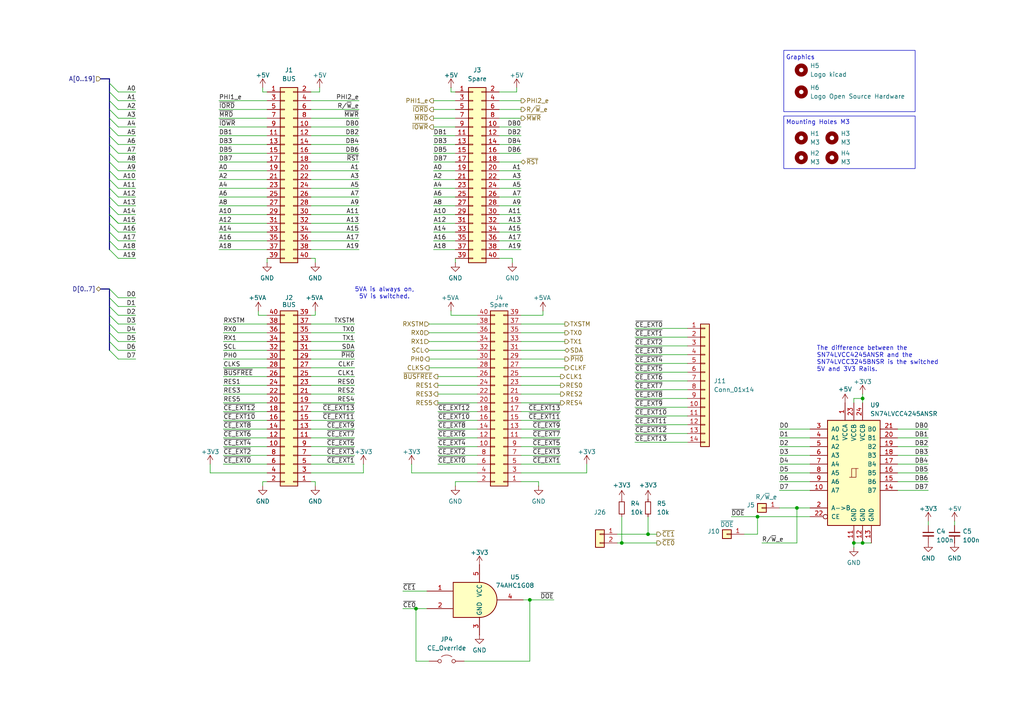
<source format=kicad_sch>
(kicad_sch (version 20231120) (generator "eeschema") (generator_version "8.0")
  (paper "A4")
  (title_block (title "Unicomp v3 - Bus") (date "2024-10-05") (rev "v1.1") (company "100% Offner") (comment 1 "v1.0: Initial"))
  (lib_symbols
    (symbol "+5V_1" (power) (pin_names (offset 0))
      (property "Value" "+5V_1" (at 0 3.556 0))
      (symbol "+5V_1_1_1"
        (pin power_in line (at 0 0 90) (length 0) hide (name "+5V") (number "1"))
      )
    )
    (symbol "74xGxx:74AHC1G08"
      (property "Reference" "U" (at -2.54 3.81 0))
      (property "Value" "74AHC1G08" (at 0 -3.81 0))
      (symbol "74AHC1G08_1_1"
        (pin input line (at -15.24 2.54 0) (length 7.62) (name "~") (number "1"))
        (pin input line (at -15.24 -2.54 0) (length 7.62) (name "~") (number "2"))
        (pin power_in line (at 0 -10.16 90) (length 5.08) (name "GND") (number "3"))
        (pin output line (at 12.7 0 180) (length 7.62) (name "~") (number "4"))
        (pin power_in line (at 0 10.16 270) (length 5.08) (name "VCC") (number "5"))
      )
    )
    (symbol "Connector_Generic:Conn_01x01" (pin_names (offset 1.016) hide)
      (property "Reference" "J" (at 0 2.54 0))
      (property "Value" "Conn_01x01" (at 0 -2.54 0))
      (symbol "Conn_01x01_1_1"
        (pin passive line (at -5.08 0 0) (length 3.81) (name "Pin_1") (number "1"))
      )
    )
    (symbol "Connector_Generic:Conn_01x02" (pin_names (offset 1.016) hide)
      (property "Reference" "J" (at 0 2.54 0))
      (property "Value" "Conn_01x02" (at 0 -5.08 0))
      (symbol "Conn_01x02_1_1"
        (pin passive line (at -5.08 0 0) (length 3.81) (name "Pin_1") (number "1"))
        (pin passive line (at -5.08 -2.54 0) (length 3.81) (name "Pin_2") (number "2"))
      )
    )
    (symbol "Connector_Generic:Conn_01x14" (pin_names (offset 1.016) hide)
      (property "Reference" "J" (at 0 17.78 0))
      (property "Value" "Conn_01x14" (at 0 -20.32 0))
      (symbol "Conn_01x14_1_1"
        (pin passive line (at -5.08 15.24 0) (length 3.81) (name "Pin_1") (number "1"))
        (pin passive line (at -5.08 -7.62 0) (length 3.81) (name "Pin_10") (number "10"))
        (pin passive line (at -5.08 -10.16 0) (length 3.81) (name "Pin_11") (number "11"))
        (pin passive line (at -5.08 -12.7 0) (length 3.81) (name "Pin_12") (number "12"))
        (pin passive line (at -5.08 -15.24 0) (length 3.81) (name "Pin_13") (number "13"))
        (pin passive line (at -5.08 -17.78 0) (length 3.81) (name "Pin_14") (number "14"))
        (pin passive line (at -5.08 12.7 0) (length 3.81) (name "Pin_2") (number "2"))
        (pin passive line (at -5.08 10.16 0) (length 3.81) (name "Pin_3") (number "3"))
        (pin passive line (at -5.08 7.62 0) (length 3.81) (name "Pin_4") (number "4"))
        (pin passive line (at -5.08 5.08 0) (length 3.81) (name "Pin_5") (number "5"))
        (pin passive line (at -5.08 2.54 0) (length 3.81) (name "Pin_6") (number "6"))
        (pin passive line (at -5.08 0 0) (length 3.81) (name "Pin_7") (number "7"))
        (pin passive line (at -5.08 -2.54 0) (length 3.81) (name "Pin_8") (number "8"))
        (pin passive line (at -5.08 -5.08 0) (length 3.81) (name "Pin_9") (number "9"))
      )
    )
    (symbol "Connector_Generic:Conn_02x20_Odd_Even" (pin_names (offset 1.016) hide)
      (property "Reference" "J" (at 1.27 25.4 0))
      (property "Value" "Conn_02x20_Odd_Even" (at 1.27 -27.94 0))
      (symbol "Conn_02x20_Odd_Even_1_1"
        (pin passive line (at -5.08 22.86 0) (length 3.81) (name "Pin_1") (number "1"))
        (pin passive line (at 7.62 12.7 180) (length 3.81) (name "Pin_10") (number "10"))
        (pin passive line (at -5.08 10.16 0) (length 3.81) (name "Pin_11") (number "11"))
        (pin passive line (at 7.62 10.16 180) (length 3.81) (name "Pin_12") (number "12"))
        (pin passive line (at -5.08 7.62 0) (length 3.81) (name "Pin_13") (number "13"))
        (pin passive line (at 7.62 7.62 180) (length 3.81) (name "Pin_14") (number "14"))
        (pin passive line (at -5.08 5.08 0) (length 3.81) (name "Pin_15") (number "15"))
        (pin passive line (at 7.62 5.08 180) (length 3.81) (name "Pin_16") (number "16"))
        (pin passive line (at -5.08 2.54 0) (length 3.81) (name "Pin_17") (number "17"))
        (pin passive line (at 7.62 2.54 180) (length 3.81) (name "Pin_18") (number "18"))
        (pin passive line (at -5.08 0 0) (length 3.81) (name "Pin_19") (number "19"))
        (pin passive line (at 7.62 22.86 180) (length 3.81) (name "Pin_2") (number "2"))
        (pin passive line (at 7.62 0 180) (length 3.81) (name "Pin_20") (number "20"))
        (pin passive line (at -5.08 -2.54 0) (length 3.81) (name "Pin_21") (number "21"))
        (pin passive line (at 7.62 -2.54 180) (length 3.81) (name "Pin_22") (number "22"))
        (pin passive line (at -5.08 -5.08 0) (length 3.81) (name "Pin_23") (number "23"))
        (pin passive line (at 7.62 -5.08 180) (length 3.81) (name "Pin_24") (number "24"))
        (pin passive line (at -5.08 -7.62 0) (length 3.81) (name "Pin_25") (number "25"))
        (pin passive line (at 7.62 -7.62 180) (length 3.81) (name "Pin_26") (number "26"))
        (pin passive line (at -5.08 -10.16 0) (length 3.81) (name "Pin_27") (number "27"))
        (pin passive line (at 7.62 -10.16 180) (length 3.81) (name "Pin_28") (number "28"))
        (pin passive line (at -5.08 -12.7 0) (length 3.81) (name "Pin_29") (number "29"))
        (pin passive line (at -5.08 20.32 0) (length 3.81) (name "Pin_3") (number "3"))
        (pin passive line (at 7.62 -12.7 180) (length 3.81) (name "Pin_30") (number "30"))
        (pin passive line (at -5.08 -15.24 0) (length 3.81) (name "Pin_31") (number "31"))
        (pin passive line (at 7.62 -15.24 180) (length 3.81) (name "Pin_32") (number "32"))
        (pin passive line (at -5.08 -17.78 0) (length 3.81) (name "Pin_33") (number "33"))
        (pin passive line (at 7.62 -17.78 180) (length 3.81) (name "Pin_34") (number "34"))
        (pin passive line (at -5.08 -20.32 0) (length 3.81) (name "Pin_35") (number "35"))
        (pin passive line (at 7.62 -20.32 180) (length 3.81) (name "Pin_36") (number "36"))
        (pin passive line (at -5.08 -22.86 0) (length 3.81) (name "Pin_37") (number "37"))
        (pin passive line (at 7.62 -22.86 180) (length 3.81) (name "Pin_38") (number "38"))
        (pin passive line (at -5.08 -25.4 0) (length 3.81) (name "Pin_39") (number "39"))
        (pin passive line (at 7.62 20.32 180) (length 3.81) (name "Pin_4") (number "4"))
        (pin passive line (at 7.62 -25.4 180) (length 3.81) (name "Pin_40") (number "40"))
        (pin passive line (at -5.08 17.78 0) (length 3.81) (name "Pin_5") (number "5"))
        (pin passive line (at 7.62 17.78 180) (length 3.81) (name "Pin_6") (number "6"))
        (pin passive line (at -5.08 15.24 0) (length 3.81) (name "Pin_7") (number "7"))
        (pin passive line (at 7.62 15.24 180) (length 3.81) (name "Pin_8") (number "8"))
        (pin passive line (at -5.08 12.7 0) (length 3.81) (name "Pin_9") (number "9"))
      )
    )
    (symbol "Device:C_Small" (pin_numbers hide) (pin_names (offset 0.254) hide)
      (property "Reference" "C" (at 0.254 1.778 0))
      (property "Value" "C_Small" (at 0.254 -2.032 0))
      (symbol "C_Small_1_1"
        (pin passive line (at 0 2.54 270) (length 2.032) (name "~") (number "1"))
        (pin passive line (at 0 -2.54 90) (length 2.032) (name "~") (number "2"))
      )
    )
    (symbol "Device:R_Small" (pin_numbers hide) (pin_names (offset 0.254) hide)
      (property "Reference" "R" (at 0.762 0.508 0))
      (property "Value" "R_Small" (at 0.762 -1.016 0))
      (symbol "R_Small_1_1"
        (pin passive line (at 0 2.54 270) (length 0.762) (name "~") (number "1"))
        (pin passive line (at 0 -2.54 90) (length 0.762) (name "~") (number "2"))
      )
    )
    (symbol "Jumper:Jumper_2_Open" (pin_numbers hide) (pin_names (offset 0) hide) (exclude_from_sim yes)
      (property "Reference" "JP" (at 0 2.794 0))
      (property "Value" "Jumper_2_Open" (at 0 -2.286 0))
      (symbol "Jumper_2_Open_1_1"
        (pin passive line (at -5.08 0 0) (length 2.54) (name "A") (number "1"))
        (pin passive line (at 5.08 0 180) (length 2.54) (name "B") (number "2"))
      )
    )
    (symbol "Mechanical:MountingHole" (pin_names (offset 1.016)) (exclude_from_sim yes) (in_bom no)
      (property "Reference" "H" (at 0 5.08 0))
      (property "Value" "MountingHole" (at 0 3.175 0))
    )
    (symbol "my_ics_new:74LVC4245" (pin_names (offset 1.016))
      (property "Reference" "U" (at -7.62 19.05 0))
      (property "Value" "74LVC4245" (at -10.16 16.51 0))
      (symbol "74LVC4245_1_0"
        (pin power_in line (at -2.54 20.32 270) (length 5.08) (name "VCCA") (number "1"))
        (pin tri_state line (at -12.7 -5.08 0) (length 5.08) (name "A7") (number "10"))
        (pin power_in line (at 0 -20.32 90) (length 5.08) (name "GND") (number "11"))
        (pin power_in line (at 2.54 -20.32 90) (length 5.08) (name "GND") (number "12"))
        (pin power_in line (at 5.08 -20.32 90) (length 5.08) (name "GND") (number "13"))
        (pin tri_state line (at 12.7 -5.08 180) (length 5.08) (name "B7") (number "14"))
        (pin tri_state line (at 12.7 -2.54 180) (length 5.08) (name "B6") (number "15"))
        (pin tri_state line (at 12.7 0 180) (length 5.08) (name "B5") (number "16"))
        (pin tri_state line (at 12.7 2.54 180) (length 5.08) (name "B4") (number "17"))
        (pin tri_state line (at 12.7 5.08 180) (length 5.08) (name "B3") (number "18"))
        (pin tri_state line (at 12.7 7.62 180) (length 5.08) (name "B2") (number "19"))
        (pin input line (at -12.7 -10.16 0) (length 5.08) (name "A->B") (number "2"))
        (pin tri_state line (at 12.7 10.16 180) (length 5.08) (name "B1") (number "20"))
        (pin tri_state line (at 12.7 12.7 180) (length 5.08) (name "B0") (number "21"))
        (pin input inverted (at -12.7 -12.7 0) (length 5.08) (name "CE") (number "22"))
        (pin power_in line (at 0 20.32 270) (length 5.08) (name "VCCB") (number "23"))
        (pin power_in line (at 2.54 20.32 270) (length 5.08) (name "VCCB") (number "24"))
        (pin tri_state line (at -12.7 12.7 0) (length 5.08) (name "A0") (number "3"))
        (pin tri_state line (at -12.7 10.16 0) (length 5.08) (name "A1") (number "4"))
        (pin tri_state line (at -12.7 7.62 0) (length 5.08) (name "A2") (number "5"))
        (pin tri_state line (at -12.7 5.08 0) (length 5.08) (name "A3") (number "6"))
        (pin tri_state line (at -12.7 2.54 0) (length 5.08) (name "A4") (number "7"))
        (pin tri_state line (at -12.7 0 0) (length 5.08) (name "A5") (number "8"))
        (pin tri_state line (at -12.7 -2.54 0) (length 5.08) (name "A6") (number "9"))
      )
    )
    (symbol "power:+3V3" (power) (pin_numbers hide) (pin_names (offset 0) hide)
      (property "Value" "+3V3" (at 0 3.556 0))
      (symbol "+3V3_1_1"
        (pin power_in line (at 0 0 90) (length 0) (name "~") (number "1"))
      )
    )
    (symbol "power:+5V" (power) (pin_numbers hide) (pin_names (offset 0) hide)
      (property "Value" "+5V" (at 0 3.556 0))
      (symbol "+5V_1_1"
        (pin power_in line (at 0 0 90) (length 0) (name "~") (number "1"))
      )
    )
    (symbol "power:+5VA" (power) (pin_numbers hide) (pin_names (offset 0) hide)
      (property "Value" "+5VA" (at 0 3.556 0))
      (symbol "+5VA_1_1"
        (pin power_in line (at 0 0 90) (length 0) (name "~") (number "1"))
      )
    )
    (symbol "power:GND" (power) (pin_numbers hide) (pin_names (offset 0) hide)
      (property "Value" "GND" (at 0 -3.81 0))
      (symbol "GND_1_1"
        (pin power_in line (at 0 0 270) (length 0) (name "~") (number "1"))
      )
    )
  )
  (junction (at 231.14 147.32))
  (junction (at 120.65 176.53))
  (junction (at 187.96 154.94))
  (junction (at 250.19 115.57))
  (junction (at 180.34 157.48))
  (junction (at 219.71 149.86))
  (junction (at 247.65 157.48))
  (junction (at 153.67 173.99))
  (junction (at 250.19 157.48))
  (bus_entry (at 31.75 57.15) (size 2.54 2.54))
  (bus_entry (at 31.75 49.53) (size 2.54 2.54))
  (bus_entry (at 31.75 34.29) (size 2.54 2.54))
  (bus_entry (at 31.75 62.23) (size 2.54 2.54))
  (bus_entry (at 31.75 72.39) (size 2.54 2.54))
  (bus_entry (at 31.75 91.44) (size 2.54 2.54))
  (bus_entry (at 31.75 83.82) (size 2.54 2.54))
  (bus_entry (at 31.75 99.06) (size 2.54 2.54))
  (bus_entry (at 31.75 36.83) (size 2.54 2.54))
  (bus_entry (at 31.75 24.13) (size 2.54 2.54))
  (bus_entry (at 31.75 67.31) (size 2.54 2.54))
  (bus_entry (at 31.75 54.61) (size 2.54 2.54))
  (bus_entry (at 31.75 44.45) (size 2.54 2.54))
  (bus_entry (at 31.75 86.36) (size 2.54 2.54))
  (bus_entry (at 31.75 41.91) (size 2.54 2.54))
  (bus_entry (at 31.75 46.99) (size 2.54 2.54))
  (bus_entry (at 31.75 39.37) (size 2.54 2.54))
  (bus_entry (at 31.75 31.75) (size 2.54 2.54))
  (bus_entry (at 31.75 29.21) (size 2.54 2.54))
  (bus_entry (at 31.75 96.52) (size 2.54 2.54))
  (bus_entry (at 31.75 26.67) (size 2.54 2.54))
  (bus_entry (at 31.75 88.9) (size 2.54 2.54))
  (bus_entry (at 31.75 52.07) (size 2.54 2.54))
  (bus_entry (at 31.75 62.23) (size 2.54 2.54))
  (bus_entry (at 31.75 69.85) (size 2.54 2.54))
  (bus_entry (at 31.75 59.69) (size 2.54 2.54))
  (bus_entry (at 31.75 93.98) (size 2.54 2.54))
  (bus_entry (at 31.75 64.77) (size 2.54 2.54))
  (bus_entry (at 31.75 101.6) (size 2.54 2.54))
  (wire (pts (xy 39.37 91.44) (xy 34.29 91.44)))
  (wire (pts (xy 125.73 41.91) (xy 132.08 41.91)))
  (bus (pts (xy 31.75 91.44) (xy 31.75 88.9)))
  (wire (pts (xy 260.35 127) (xy 269.24 127)))
  (bus (pts (xy 31.75 31.75) (xy 31.75 29.21)))
  (wire (pts (xy 91.44 74.93) (xy 90.17 74.93)))
  (wire (pts (xy 184.15 105.41) (xy 199.39 105.41)))
  (wire (pts (xy 151.13 116.84) (xy 162.56 116.84)))
  (wire (pts (xy 125.73 44.45) (xy 132.08 44.45)))
  (wire (pts (xy 63.5 29.21) (xy 77.47 29.21)))
  (wire (pts (xy 144.78 57.15) (xy 151.13 57.15)))
  (wire (pts (xy 91.44 90.17) (xy 91.44 91.44)))
  (wire (pts (xy 156.21 139.7) (xy 151.13 139.7)))
  (wire (pts (xy 39.37 104.14) (xy 34.29 104.14)))
  (wire (pts (xy 90.17 99.06) (xy 102.87 99.06)))
  (wire (pts (xy 170.18 134.62) (xy 170.18 137.16)))
  (wire (pts (xy 125.73 39.37) (xy 132.08 39.37)))
  (wire (pts (xy 63.5 64.77) (xy 77.47 64.77)))
  (wire (pts (xy 130.81 90.17) (xy 130.81 91.44)))
  (wire (pts (xy 64.77 134.62) (xy 77.47 134.62)))
  (wire (pts (xy 144.78 64.77) (xy 151.13 64.77)))
  (wire (pts (xy 260.35 142.24) (xy 269.24 142.24)))
  (wire (pts (xy 144.78 69.85) (xy 151.13 69.85)))
  (wire (pts (xy 190.5 157.48) (xy 180.34 157.48)))
  (wire (pts (xy 64.77 121.92) (xy 77.47 121.92)))
  (wire (pts (xy 151.13 129.54) (xy 162.56 129.54)))
  (wire (pts (xy 260.35 137.16) (xy 269.24 137.16)))
  (wire (pts (xy 127 111.76) (xy 138.43 111.76)))
  (wire (pts (xy 90.17 64.77) (xy 104.14 64.77)))
  (wire (pts (xy 180.34 149.86) (xy 180.34 157.48)))
  (wire (pts (xy 149.86 26.67) (xy 144.78 26.67)))
  (wire (pts (xy 39.37 69.85) (xy 34.29 69.85)))
  (wire (pts (xy 91.44 76.2) (xy 91.44 74.93)))
  (wire (pts (xy 151.13 99.06) (xy 163.83 99.06)))
  (wire (pts (xy 90.17 59.69) (xy 104.14 59.69)))
  (wire (pts (xy 127 127) (xy 138.43 127)))
  (wire (pts (xy 184.15 97.79) (xy 199.39 97.79)))
  (wire (pts (xy 130.81 91.44) (xy 138.43 91.44)))
  (wire (pts (xy 63.5 36.83) (xy 77.47 36.83)))
  (wire (pts (xy 63.5 39.37) (xy 77.47 39.37)))
  (wire (pts (xy 184.15 102.87) (xy 199.39 102.87)))
  (wire (pts (xy 90.17 116.84) (xy 102.87 116.84)))
  (wire (pts (xy 157.48 90.17) (xy 157.48 91.44)))
  (wire (pts (xy 125.73 69.85) (xy 132.08 69.85)))
  (wire (pts (xy 60.96 137.16) (xy 77.47 137.16)))
  (wire (pts (xy 231.14 147.32) (xy 234.95 147.32)))
  (wire (pts (xy 148.59 76.2) (xy 148.59 74.93)))
  (wire (pts (xy 260.35 129.54) (xy 269.24 129.54)))
  (wire (pts (xy 151.13 127) (xy 162.56 127)))
  (bus (pts (xy 31.75 99.06) (xy 31.75 96.52)))
  (wire (pts (xy 247.65 115.57) (xy 250.19 115.57)))
  (bus (pts (xy 31.75 88.9) (xy 31.75 86.36)))
  (wire (pts (xy 125.73 46.99) (xy 132.08 46.99)))
  (wire (pts (xy 76.2 25.4) (xy 76.2 26.67)))
  (wire (pts (xy 125.73 31.75) (xy 132.08 31.75)))
  (wire (pts (xy 134.62 191.77) (xy 153.67 191.77)))
  (wire (pts (xy 39.37 36.83) (xy 34.29 36.83)))
  (wire (pts (xy 39.37 57.15) (xy 34.29 57.15)))
  (wire (pts (xy 74.93 91.44) (xy 77.47 91.44)))
  (wire (pts (xy 226.06 137.16) (xy 234.95 137.16)))
  (bus (pts (xy 31.75 64.77) (xy 31.75 62.23)))
  (wire (pts (xy 39.37 62.23) (xy 34.29 62.23)))
  (wire (pts (xy 64.77 99.06) (xy 77.47 99.06)))
  (wire (pts (xy 149.86 25.4) (xy 149.86 26.67)))
  (wire (pts (xy 125.73 57.15) (xy 132.08 57.15)))
  (wire (pts (xy 39.37 52.07) (xy 34.29 52.07)))
  (wire (pts (xy 226.06 142.24) (xy 234.95 142.24)))
  (wire (pts (xy 90.17 36.83) (xy 104.14 36.83)))
  (wire (pts (xy 120.65 176.53) (xy 116.84 176.53)))
  (wire (pts (xy 219.71 154.94) (xy 219.71 149.86)))
  (wire (pts (xy 39.37 49.53) (xy 34.29 49.53)))
  (bus (pts (xy 31.75 44.45) (xy 31.75 41.91)))
  (wire (pts (xy 92.71 25.4) (xy 92.71 26.67)))
  (wire (pts (xy 90.17 31.75) (xy 104.14 31.75)))
  (wire (pts (xy 64.77 124.46) (xy 77.47 124.46)))
  (wire (pts (xy 276.86 151.13) (xy 276.86 152.4)))
  (bus (pts (xy 31.75 86.36) (xy 31.75 83.82)))
  (wire (pts (xy 64.77 106.68) (xy 77.47 106.68)))
  (wire (pts (xy 39.37 88.9) (xy 34.29 88.9)))
  (wire (pts (xy 64.77 101.6) (xy 77.47 101.6)))
  (wire (pts (xy 64.77 114.3) (xy 77.47 114.3)))
  (wire (pts (xy 226.06 129.54) (xy 234.95 129.54)))
  (bus (pts (xy 31.75 69.85) (xy 31.75 67.31)))
  (wire (pts (xy 39.37 46.99) (xy 34.29 46.99)))
  (wire (pts (xy 226.06 134.62) (xy 234.95 134.62)))
  (wire (pts (xy 125.73 59.69) (xy 132.08 59.69)))
  (wire (pts (xy 39.37 96.52) (xy 34.29 96.52)))
  (wire (pts (xy 64.77 129.54) (xy 77.47 129.54)))
  (wire (pts (xy 39.37 39.37) (xy 34.29 39.37)))
  (wire (pts (xy 125.73 36.83) (xy 132.08 36.83)))
  (wire (pts (xy 125.73 52.07) (xy 132.08 52.07)))
  (wire (pts (xy 39.37 34.29) (xy 34.29 34.29)))
  (wire (pts (xy 63.5 31.75) (xy 77.47 31.75)))
  (wire (pts (xy 127 116.84) (xy 138.43 116.84)))
  (wire (pts (xy 151.13 124.46) (xy 162.56 124.46)))
  (wire (pts (xy 184.15 123.19) (xy 199.39 123.19)))
  (wire (pts (xy 269.24 151.13) (xy 269.24 152.4)))
  (wire (pts (xy 130.81 26.67) (xy 132.08 26.67)))
  (wire (pts (xy 231.14 157.48) (xy 231.14 147.32)))
  (wire (pts (xy 151.13 101.6) (xy 163.83 101.6)))
  (wire (pts (xy 184.15 107.95) (xy 199.39 107.95)))
  (bus (pts (xy 31.75 39.37) (xy 31.75 36.83)))
  (wire (pts (xy 63.5 52.07) (xy 77.47 52.07)))
  (wire (pts (xy 90.17 134.62) (xy 102.87 134.62)))
  (bus (pts (xy 31.75 93.98) (xy 31.75 91.44)))
  (wire (pts (xy 39.37 44.45) (xy 34.29 44.45)))
  (wire (pts (xy 157.48 91.44) (xy 151.13 91.44)))
  (wire (pts (xy 127 114.3) (xy 138.43 114.3)))
  (wire (pts (xy 124.46 106.68) (xy 138.43 106.68)))
  (wire (pts (xy 77.47 76.2) (xy 77.47 74.93)))
  (wire (pts (xy 63.5 72.39) (xy 77.47 72.39)))
  (wire (pts (xy 151.13 109.22) (xy 162.56 109.22)))
  (wire (pts (xy 90.17 69.85) (xy 104.14 69.85)))
  (wire (pts (xy 184.15 100.33) (xy 199.39 100.33)))
  (wire (pts (xy 63.5 62.23) (xy 77.47 62.23)))
  (wire (pts (xy 226.06 127) (xy 234.95 127)))
  (wire (pts (xy 127 119.38) (xy 138.43 119.38)))
  (wire (pts (xy 63.5 59.69) (xy 77.47 59.69)))
  (wire (pts (xy 179.07 154.94) (xy 187.96 154.94)))
  (wire (pts (xy 250.19 114.3) (xy 250.19 115.57)))
  (wire (pts (xy 90.17 57.15) (xy 104.14 57.15)))
  (wire (pts (xy 91.44 91.44) (xy 90.17 91.44)))
  (wire (pts (xy 215.9 154.94) (xy 219.71 154.94)))
  (wire (pts (xy 125.73 62.23) (xy 132.08 62.23)))
  (bus (pts (xy 31.75 52.07) (xy 31.75 49.53)))
  (bus (pts (xy 31.75 54.61) (xy 31.75 52.07)))
  (wire (pts (xy 39.37 64.77) (xy 34.29 64.77)))
  (wire (pts (xy 184.15 95.25) (xy 199.39 95.25)))
  (wire (pts (xy 144.78 62.23) (xy 151.13 62.23)))
  (wire (pts (xy 125.73 34.29) (xy 132.08 34.29)))
  (bus (pts (xy 31.75 72.39) (xy 31.75 69.85)))
  (wire (pts (xy 144.78 67.31) (xy 151.13 67.31)))
  (wire (pts (xy 151.765 173.99) (xy 153.67 173.99)))
  (wire (pts (xy 151.13 132.08) (xy 162.56 132.08)))
  (wire (pts (xy 119.38 137.16) (xy 138.43 137.16)))
  (wire (pts (xy 151.13 96.52) (xy 163.83 96.52)))
  (wire (pts (xy 63.5 54.61) (xy 77.47 54.61)))
  (bus (pts (xy 31.75 49.53) (xy 31.75 46.99)))
  (wire (pts (xy 76.2 140.97) (xy 76.2 139.7)))
  (wire (pts (xy 156.21 140.97) (xy 156.21 139.7)))
  (wire (pts (xy 39.37 99.06) (xy 34.29 99.06)))
  (wire (pts (xy 91.44 140.97) (xy 91.44 139.7)))
  (bus (pts (xy 31.75 29.21) (xy 31.75 26.67)))
  (wire (pts (xy 125.73 67.31) (xy 132.08 67.31)))
  (wire (pts (xy 144.78 49.53) (xy 151.13 49.53)))
  (wire (pts (xy 120.65 191.77) (xy 120.65 176.53)))
  (wire (pts (xy 39.37 86.36) (xy 34.29 86.36)))
  (bus (pts (xy 31.75 83.82) (xy 29.21 83.82)))
  (wire (pts (xy 127 121.92) (xy 138.43 121.92)))
  (wire (pts (xy 127 129.54) (xy 138.43 129.54)))
  (wire (pts (xy 63.5 34.29) (xy 77.47 34.29)))
  (wire (pts (xy 144.78 34.29) (xy 151.13 34.29)))
  (wire (pts (xy 184.15 118.11) (xy 199.39 118.11)))
  (wire (pts (xy 63.5 46.99) (xy 77.47 46.99)))
  (wire (pts (xy 90.17 106.68) (xy 102.87 106.68)))
  (wire (pts (xy 144.78 29.21) (xy 151.13 29.21)))
  (wire (pts (xy 76.2 26.67) (xy 77.47 26.67)))
  (wire (pts (xy 90.17 114.3) (xy 102.87 114.3)))
  (wire (pts (xy 184.15 125.73) (xy 199.39 125.73)))
  (wire (pts (xy 132.08 76.2) (xy 132.08 74.93)))
  (wire (pts (xy 153.67 191.77) (xy 153.67 173.99)))
  (wire (pts (xy 125.73 72.39) (xy 132.08 72.39)))
  (wire (pts (xy 74.93 90.17) (xy 74.93 91.44)))
  (wire (pts (xy 64.77 109.22) (xy 77.47 109.22)))
  (wire (pts (xy 39.37 74.93) (xy 34.29 74.93)))
  (wire (pts (xy 260.35 139.7) (xy 269.24 139.7)))
  (wire (pts (xy 90.17 104.14) (xy 102.87 104.14)))
  (wire (pts (xy 184.15 128.27) (xy 199.39 128.27)))
  (wire (pts (xy 180.34 157.48) (xy 179.07 157.48)))
  (wire (pts (xy 90.17 44.45) (xy 104.14 44.45)))
  (wire (pts (xy 64.77 111.76) (xy 77.47 111.76)))
  (wire (pts (xy 144.78 54.61) (xy 151.13 54.61)))
  (wire (pts (xy 247.65 157.48) (xy 250.19 157.48)))
  (wire (pts (xy 153.67 173.99) (xy 160.655 173.99)))
  (wire (pts (xy 220.98 157.48) (xy 231.14 157.48)))
  (wire (pts (xy 124.46 101.6) (xy 138.43 101.6)))
  (bus (pts (xy 31.75 57.15) (xy 31.75 54.61)))
  (wire (pts (xy 151.13 93.98) (xy 163.83 93.98)))
  (wire (pts (xy 63.5 69.85) (xy 77.47 69.85)))
  (wire (pts (xy 64.77 93.98) (xy 77.47 93.98)))
  (wire (pts (xy 250.19 115.57) (xy 250.19 116.84)))
  (wire (pts (xy 39.37 31.75) (xy 34.29 31.75)))
  (wire (pts (xy 90.17 62.23) (xy 104.14 62.23)))
  (wire (pts (xy 124.46 96.52) (xy 138.43 96.52)))
  (wire (pts (xy 127 124.46) (xy 138.43 124.46)))
  (wire (pts (xy 90.17 49.53) (xy 104.14 49.53)))
  (bus (pts (xy 31.75 46.99) (xy 31.75 44.45)))
  (wire (pts (xy 64.77 96.52) (xy 77.47 96.52)))
  (wire (pts (xy 124.46 104.14) (xy 138.43 104.14)))
  (wire (pts (xy 90.17 127) (xy 102.87 127)))
  (wire (pts (xy 92.71 26.67) (xy 90.17 26.67)))
  (wire (pts (xy 76.2 139.7) (xy 77.47 139.7)))
  (wire (pts (xy 124.46 99.06) (xy 138.43 99.06)))
  (wire (pts (xy 247.65 158.75) (xy 247.65 157.48)))
  (wire (pts (xy 144.78 44.45) (xy 151.13 44.45)))
  (wire (pts (xy 260.35 134.62) (xy 269.24 134.62)))
  (wire (pts (xy 144.78 59.69) (xy 151.13 59.69)))
  (wire (pts (xy 125.73 54.61) (xy 132.08 54.61)))
  (wire (pts (xy 260.35 124.46) (xy 269.24 124.46)))
  (wire (pts (xy 63.5 67.31) (xy 77.47 67.31)))
  (wire (pts (xy 184.15 113.03) (xy 199.39 113.03)))
  (wire (pts (xy 127 132.08) (xy 138.43 132.08)))
  (wire (pts (xy 90.17 119.38) (xy 102.87 119.38)))
  (wire (pts (xy 63.5 41.91) (xy 77.47 41.91)))
  (wire (pts (xy 187.96 154.94) (xy 190.5 154.94)))
  (wire (pts (xy 39.37 59.69) (xy 34.29 59.69)))
  (wire (pts (xy 63.5 44.45) (xy 77.47 44.45)))
  (wire (pts (xy 60.96 134.62) (xy 60.96 137.16)))
  (wire (pts (xy 151.13 119.38) (xy 162.56 119.38)))
  (wire (pts (xy 64.77 116.84) (xy 77.47 116.84)))
  (wire (pts (xy 90.17 129.54) (xy 102.87 129.54)))
  (wire (pts (xy 127 134.62) (xy 138.43 134.62)))
  (wire (pts (xy 123.825 176.53) (xy 120.65 176.53)))
  (wire (pts (xy 39.37 93.98) (xy 34.29 93.98)))
  (wire (pts (xy 64.77 127) (xy 77.47 127)))
  (wire (pts (xy 226.06 147.32) (xy 231.14 147.32)))
  (wire (pts (xy 39.37 101.6) (xy 34.29 101.6)))
  (wire (pts (xy 64.77 119.38) (xy 77.47 119.38)))
  (wire (pts (xy 144.78 31.75) (xy 151.13 31.75)))
  (bus (pts (xy 31.75 36.83) (xy 31.75 34.29)))
  (wire (pts (xy 151.13 111.76) (xy 162.56 111.76)))
  (wire (pts (xy 90.17 41.91) (xy 104.14 41.91)))
  (wire (pts (xy 151.13 137.16) (xy 170.18 137.16)))
  (wire (pts (xy 63.5 57.15) (xy 77.47 57.15)))
  (wire (pts (xy 148.59 74.93) (xy 144.78 74.93)))
  (wire (pts (xy 90.17 39.37) (xy 104.14 39.37)))
  (wire (pts (xy 119.38 134.62) (xy 119.38 137.16)))
  (wire (pts (xy 260.35 132.08) (xy 269.24 132.08)))
  (wire (pts (xy 90.17 34.29) (xy 104.14 34.29)))
  (wire (pts (xy 39.37 41.91) (xy 34.29 41.91)))
  (wire (pts (xy 132.08 139.7) (xy 138.43 139.7)))
  (wire (pts (xy 125.73 64.77) (xy 132.08 64.77)))
  (wire (pts (xy 39.37 29.21) (xy 34.29 29.21)))
  (wire (pts (xy 90.17 93.98) (xy 102.87 93.98)))
  (wire (pts (xy 226.06 132.08) (xy 234.95 132.08)))
  (wire (pts (xy 123.825 171.45) (xy 116.84 171.45)))
  (wire (pts (xy 144.78 41.91) (xy 151.13 41.91)))
  (wire (pts (xy 144.78 46.99) (xy 151.13 46.99)))
  (wire (pts (xy 250.19 157.48) (xy 252.73 157.48)))
  (bus (pts (xy 31.75 59.69) (xy 31.75 57.15)))
  (wire (pts (xy 90.17 101.6) (xy 102.87 101.6)))
  (wire (pts (xy 90.17 124.46) (xy 102.87 124.46)))
  (bus (pts (xy 31.75 41.91) (xy 31.75 39.37)))
  (wire (pts (xy 90.17 109.22) (xy 102.87 109.22)))
  (wire (pts (xy 151.13 104.14) (xy 163.83 104.14)))
  (wire (pts (xy 125.73 29.21) (xy 132.08 29.21)))
  (wire (pts (xy 184.15 110.49) (xy 199.39 110.49)))
  (bus (pts (xy 31.75 26.67) (xy 31.75 24.13)))
  (wire (pts (xy 184.15 120.65) (xy 199.39 120.65)))
  (wire (pts (xy 64.77 132.08) (xy 77.47 132.08)))
  (wire (pts (xy 226.06 124.46) (xy 234.95 124.46)))
  (bus (pts (xy 31.75 62.23) (xy 31.75 59.69)))
  (wire (pts (xy 39.37 72.39) (xy 34.29 72.39)))
  (wire (pts (xy 90.17 111.76) (xy 102.87 111.76)))
  (wire (pts (xy 39.37 67.31) (xy 34.29 67.31)))
  (bus (pts (xy 31.75 24.13) (xy 31.75 22.86)))
  (wire (pts (xy 130.81 25.4) (xy 130.81 26.67)))
  (wire (pts (xy 90.17 121.92) (xy 102.87 121.92)))
  (wire (pts (xy 90.17 137.16) (xy 105.41 137.16)))
  (bus (pts (xy 31.75 96.52) (xy 31.75 93.98)))
  (wire (pts (xy 90.17 67.31) (xy 104.14 67.31)))
  (wire (pts (xy 63.5 49.53) (xy 77.47 49.53)))
  (wire (pts (xy 90.17 29.21) (xy 104.14 29.21)))
  (wire (pts (xy 219.71 149.86) (xy 234.95 149.86)))
  (wire (pts (xy 226.06 139.7) (xy 234.95 139.7)))
  (wire (pts (xy 90.17 52.07) (xy 104.14 52.07)))
  (wire (pts (xy 90.17 54.61) (xy 104.14 54.61)))
  (wire (pts (xy 125.73 49.53) (xy 132.08 49.53)))
  (wire (pts (xy 39.37 26.67) (xy 34.29 26.67)))
  (wire (pts (xy 144.78 72.39) (xy 151.13 72.39)))
  (bus (pts (xy 31.75 101.6) (xy 31.75 99.06)))
  (wire (pts (xy 90.17 72.39) (xy 104.14 72.39)))
  (wire (pts (xy 151.13 121.92) (xy 162.56 121.92)))
  (wire (pts (xy 151.13 134.62) (xy 162.56 134.62)))
  (wire (pts (xy 151.13 114.3) (xy 162.56 114.3)))
  (wire (pts (xy 212.09 149.86) (xy 219.71 149.86)))
  (bus (pts (xy 31.75 67.31) (xy 31.75 64.77)))
  (wire (pts (xy 124.46 191.77) (xy 120.65 191.77)))
  (wire (pts (xy 144.78 39.37) (xy 151.13 39.37)))
  (wire (pts (xy 187.96 149.86) (xy 187.96 154.94)))
  (wire (pts (xy 144.78 52.07) (xy 151.13 52.07)))
  (wire (pts (xy 90.17 132.08) (xy 102.87 132.08)))
  (wire (pts (xy 127 109.22) (xy 138.43 109.22)))
  (wire (pts (xy 105.41 134.62) (xy 105.41 137.16)))
  (wire (pts (xy 91.44 139.7) (xy 90.17 139.7)))
  (wire (pts (xy 184.15 115.57) (xy 199.39 115.57)))
  (wire (pts (xy 151.13 106.68) (xy 163.83 106.68)))
  (wire (pts (xy 90.17 46.99) (xy 104.14 46.99)))
  (bus (pts (xy 31.75 22.86) (xy 29.21 22.86)))
  (wire (pts (xy 144.78 36.83) (xy 151.13 36.83)))
  (wire (pts (xy 132.08 140.97) (xy 132.08 139.7)))
  (wire (pts (xy 247.65 116.84) (xy 247.65 115.57)))
  (wire (pts (xy 90.17 96.52) (xy 102.87 96.52)))
  (wire (pts (xy 39.37 54.61) (xy 34.29 54.61)))
  (wire (pts (xy 124.46 93.98) (xy 138.43 93.98)))
  (bus (pts (xy 31.75 34.29) (xy 31.75 31.75)))
  (wire (pts (xy 64.77 104.14) (xy 77.47 104.14)))
  (rectangle (start 227.33 33.655) (end 265.43 48.895))
  (rectangle (start 227.33 14.605) (end 265.43 32.385))
  (text "Graphics" (at 232.156 16.764 0) (effects (font (size 1.27 1.27))))
  (text "5VA is always on,\n5V is switched." (at 111.506 85.09 0) (effects (font (size 1.27 1.27))))
  (text "Mounting Holes M3" (at 237.236 35.56 0) (effects (font (size 1.27 1.27))))
  (text "The difference between the \nSN74LVCC4245ANSR and the\nSN74LVCC3245BNSR is the switched\n5V and 3V3 Rails." (at 236.855 107.95 0) (effects (font (size 1.27 1.27)) (justify left bottom)))
  (label "DB7" (at 63.5 46.99 0))
  (label "~{CE_EXT8}" (at 64.77 124.46 0))
  (label "~{CE_EXT1}" (at 102.87 134.62 180))
  (label "~{CE_EXT7}" (at 184.15 113.03 0))
  (label "A19" (at 151.13 72.39 180))
  (label "~{CE_EXT13}" (at 184.15 128.27 0))
  (label "~{CE_EXT6}" (at 64.77 127 0))
  (label "A15" (at 151.13 67.31 180))
  (label "A0" (at 39.37 26.67 180))
  (label "RX1" (at 64.77 99.06 0))
  (label "A17" (at 39.37 69.85 180))
  (label "A17" (at 104.14 69.85 180))
  (label "A0" (at 63.5 49.53 0))
  (label "~{CE_EXT5}" (at 162.56 129.54 180))
  (label "DB7" (at 269.24 142.24 180))
  (label "~{CE_EXT1}" (at 162.56 134.62 180))
  (label "D5" (at 226.06 137.16 0))
  (label "A6" (at 63.5 57.15 0))
  (label "DB3" (at 269.24 132.08 180))
  (label "D6" (at 226.06 139.7 0))
  (label "A18" (at 63.5 72.39 0))
  (label "~{CE0}" (at 116.84 176.53 0))
  (label "A7" (at 151.13 57.15 180))
  (label "A17" (at 151.13 69.85 180))
  (label "DB7" (at 125.73 46.99 0))
  (label "RES5" (at 64.77 116.84 0))
  (label "~{CE_EXT8}" (at 127 124.46 0))
  (label "A11" (at 151.13 62.23 180))
  (label "DB6" (at 151.13 44.45 180))
  (label "~{CE_EXT13}" (at 102.87 119.38 180))
  (label "D2" (at 39.37 91.44 180))
  (label "D2" (at 226.06 129.54 0))
  (label "D7" (at 39.37 104.14 180))
  (label "A13" (at 104.14 64.77 180))
  (label "A0" (at 125.73 49.53 0))
  (label "A16" (at 63.5 69.85 0))
  (label "A5" (at 39.37 39.37 180))
  (label "A15" (at 39.37 64.77 180))
  (label "A9" (at 39.37 49.53 180))
  (label "~{CE_EXT4}" (at 64.77 129.54 0))
  (label "DB2" (at 269.24 129.54 180))
  (label "A4" (at 125.73 54.61 0))
  (label "~{CE_EXT11}" (at 184.15 123.19 0))
  (label "~{CE_EXT13}" (at 162.56 119.38 180))
  (label "A5" (at 104.14 54.61 180))
  (label "A12" (at 63.5 64.77 0))
  (label "DB2" (at 104.14 39.37 180))
  (label "A8" (at 63.5 59.69 0))
  (label "CLK1" (at 102.87 109.22 180))
  (label "~{DOE}" (at 212.09 149.86 0))
  (label "~{CE_EXT5}" (at 102.87 129.54 180))
  (label "~{DOE}" (at 160.655 173.99 180))
  (label "SDA" (at 102.87 101.6 180))
  (label "D5" (at 39.37 99.06 180))
  (label "A11" (at 39.37 54.61 180))
  (label "CLKF" (at 102.87 106.68 180))
  (label "A2" (at 63.5 52.07 0))
  (label "~{CE_EXT3}" (at 184.15 102.87 0))
  (label "~{CE_EXT6}" (at 127 127 0))
  (label "~{CE_EXT6}" (at 184.15 110.49 0))
  (label "A5" (at 151.13 54.61 180))
  (label "DB5" (at 269.24 137.16 180))
  (label "A11" (at 104.14 62.23 180))
  (label "~{CE_EXT0}" (at 127 134.62 0))
  (label "A7" (at 104.14 57.15 180))
  (label "A10" (at 39.37 52.07 180))
  (label "D7" (at 226.06 142.24 0))
  (label "A16" (at 125.73 69.85 0))
  (label "D3" (at 226.06 132.08 0))
  (label "D1" (at 226.06 127 0))
  (label "A9" (at 151.13 59.69 180))
  (label "~{CE_EXT12}" (at 127 119.38 0))
  (label "~{CE_EXT0}" (at 64.77 134.62 0))
  (label "~{IORD}" (at 63.5 31.75 0))
  (label "A3" (at 151.13 52.07 180))
  (label "D0" (at 226.06 124.46 0))
  (label "A2" (at 125.73 52.07 0))
  (label "~{CE_EXT7}" (at 102.87 127 180))
  (label "DB0" (at 269.24 124.46 180))
  (label "RES4" (at 102.87 116.84 180))
  (label "~{CE_EXT0}" (at 184.15 95.25 0))
  (label "D0" (at 39.37 86.36 180))
  (label "~{CE_EXT3}" (at 102.87 132.08 180))
  (label "A7" (at 39.37 44.45 180))
  (label "~{CE_EXT9}" (at 184.15 118.11 0))
  (label "A15" (at 104.14 67.31 180))
  (label "PH0" (at 64.77 104.14 0))
  (label "TX0" (at 102.87 96.52 180))
  (label "D4" (at 226.06 134.62 0))
  (label "~{CE_EXT8}" (at 184.15 115.57 0))
  (label "~{MWR}" (at 104.14 34.29 180))
  (label "A19" (at 104.14 72.39 180))
  (label "DB3" (at 63.5 41.91 0))
  (label "DB4" (at 269.24 134.62 180))
  (label "RES1" (at 64.77 111.76 0))
  (label "DB4" (at 151.13 41.91 180))
  (label "DB1" (at 269.24 127 180))
  (label "R{slash}~{W}_e" (at 220.98 157.48 0))
  (label "A3" (at 39.37 34.29 180))
  (label "DB6" (at 269.24 139.7 180))
  (label "DB0" (at 151.13 36.83 180))
  (label "A14" (at 63.5 67.31 0))
  (label "A10" (at 125.73 62.23 0))
  (label "~{RST}" (at 104.14 46.99 180))
  (label "DB1" (at 125.73 39.37 0))
  (label "~{CE1}" (at 116.84 171.45 0))
  (label "DB4" (at 104.14 41.91 180))
  (label "A12" (at 39.37 57.15 180))
  (label "~{CE_EXT2}" (at 127 132.08 0))
  (label "D1" (at 39.37 88.9 180))
  (label "~{CE_EXT5}" (at 184.15 107.95 0))
  (label "~{BUSFREE}" (at 64.77 109.22 0))
  (label "DB5" (at 125.73 44.45 0))
  (label "A8" (at 125.73 59.69 0))
  (label "D3" (at 39.37 93.98 180))
  (label "~{IOWR}" (at 63.5 36.83 0))
  (label "A4" (at 39.37 36.83 180))
  (label "~{CE_EXT9}" (at 162.56 124.46 180))
  (label "A10" (at 63.5 62.23 0))
  (label "A14" (at 39.37 62.23 180))
  (label "~{CE_EXT10}" (at 127 121.92 0))
  (label "DB6" (at 104.14 44.45 180))
  (label "~{CE_EXT10}" (at 184.15 120.65 0))
  (label "A2" (at 39.37 31.75 180))
  (label "DB5" (at 63.5 44.45 0))
  (label "R{slash}~{W}_e" (at 104.14 31.75 180))
  (label "DB2" (at 151.13 39.37 180))
  (label "CLKS" (at 64.77 106.68 0))
  (label "PHI2_e" (at 104.14 29.21 180))
  (label "DB1" (at 63.5 39.37 0))
  (label "A6" (at 125.73 57.15 0))
  (label "A13" (at 39.37 59.69 180))
  (label "A14" (at 125.73 67.31 0))
  (label "RES2" (at 102.87 114.3 180))
  (label "A18" (at 39.37 72.39 180))
  (label "A13" (at 151.13 64.77 180))
  (label "~{CE_EXT7}" (at 162.56 127 180))
  (label "~{CE_EXT2}" (at 184.15 100.33 0))
  (label "~{CE_EXT10}" (at 64.77 121.92 0))
  (label "~{CE_EXT11}" (at 162.56 121.92 180))
  (label "A1" (at 104.14 49.53 180))
  (label "~{CE_EXT11}" (at 102.87 121.92 180))
  (label "TXSTM" (at 102.87 93.98 180))
  (label "A12" (at 125.73 64.77 0))
  (label "~{CE_EXT2}" (at 64.77 132.08 0))
  (label "A3" (at 104.14 52.07 180))
  (label "~{CE_EXT12}" (at 64.77 119.38 0))
  (label "~{CE_EXT1}" (at 184.15 97.79 0))
  (label "A4" (at 63.5 54.61 0))
  (label "DB3" (at 125.73 41.91 0))
  (label "~{CE_EXT3}" (at 162.56 132.08 180))
  (label "D6" (at 39.37 101.6 180))
  (label "D4" (at 39.37 96.52 180))
  (label "TX1" (at 102.87 99.06 180))
  (label "~{CE_EXT12}" (at 184.15 125.73 0))
  (label "SCL" (at 64.77 101.6 0))
  (label "A9" (at 104.14 59.69 180))
  (label "A6" (at 39.37 41.91 180))
  (label "A18" (at 125.73 72.39 0))
  (label "RXSTM" (at 64.77 93.98 0))
  (label "~{PH0}" (at 102.87 104.14 180))
  (label "DB0" (at 104.14 36.83 180))
  (label "RX0" (at 64.77 96.52 0))
  (label "~{MRD}" (at 63.5 34.29 0))
  (label "RES3" (at 64.77 114.3 0))
  (label "A19" (at 39.37 74.93 180))
  (label "PHI1_e" (at 63.5 29.21 0))
  (label "RES0" (at 102.87 111.76 180))
  (label "~{CE_EXT4}" (at 184.15 105.41 0))
  (label "A16" (at 39.37 67.31 180))
  (label "A8" (at 39.37 46.99 180))
  (label "A1" (at 39.37 29.21 180))
  (label "~{CE_EXT4}" (at 127 129.54 0))
  (label "A1" (at 151.13 49.53 180))
  (label "~{CE_EXT9}" (at 102.87 124.46 180))
  (hierarchical_label "RES1" (shape output) (at 127 111.76 180))
  (hierarchical_label "RES5" (shape output) (at 127 116.84 180))
  (hierarchical_label "CLKF" (shape output) (at 163.83 106.68 0))
  (hierarchical_label "D[0..7]" (shape bidirectional) (at 29.21 83.82 180))
  (hierarchical_label "~{IOWR}" (shape output) (at 125.73 36.83 180))
  (hierarchical_label "~{CE0}" (shape output) (at 190.5 157.48 0))
  (hierarchical_label "A[0..19]" (shape input) (at 29.21 22.86 180))
  (hierarchical_label "CLK1" (shape output) (at 162.56 109.22 0))
  (hierarchical_label "RX1" (shape input) (at 124.46 99.06 180))
  (hierarchical_label "~{RST}" (shape tri_state) (at 151.13 46.99 0))
  (hierarchical_label "TX0" (shape output) (at 163.83 96.52 0))
  (hierarchical_label "RES0" (shape output) (at 162.56 111.76 0))
  (hierarchical_label "SCL" (shape bidirectional) (at 124.46 101.6 180))
  (hierarchical_label "PHI1_e" (shape output) (at 125.73 29.21 180))
  (hierarchical_label "PH0" (shape output) (at 124.46 104.14 180))
  (hierarchical_label "~{IORD}" (shape output) (at 125.73 31.75 180))
  (hierarchical_label "SDA" (shape bidirectional) (at 163.83 101.6 0))
  (hierarchical_label "~{MRD}" (shape output) (at 125.73 34.29 180))
  (hierarchical_label "~{PH0}" (shape output) (at 163.83 104.14 0))
  (hierarchical_label "RES2" (shape output) (at 162.56 114.3 0))
  (hierarchical_label "~{MWR}" (shape output) (at 151.13 34.29 0))
  (hierarchical_label "CLKS" (shape output) (at 124.46 106.68 180))
  (hierarchical_label "TXSTM" (shape output) (at 163.83 93.98 0))
  (hierarchical_label "~{BUSFREE}" (shape output) (at 127 109.22 180))
  (hierarchical_label "RES4" (shape output) (at 162.56 116.84 0))
  (hierarchical_label "R{slash}~{W}_e" (shape output) (at 151.13 31.75 0))
  (hierarchical_label "RES3" (shape output) (at 127 114.3 180))
  (hierarchical_label "TX1" (shape output) (at 163.83 99.06 0))
  (hierarchical_label "RXSTM" (shape input) (at 124.46 93.98 180))
  (hierarchical_label "RX0" (shape input) (at 124.46 96.52 180))
  (hierarchical_label "~{CE1}" (shape output) (at 190.5 154.94 0))
  (hierarchical_label "PHI2_e" (shape output) (at 151.13 29.21 0))
  (symbol (lib_id "power:+3V3") (at 180.34 144.78 0) (unit 1)
    (property "Reference" "#PWR031" (effects (hide yes)))
    (property "Value" "+3V3" (at 180.34 140.716 0))
    (property "Description" "Power symbol creates a global label with name \"+3V3\"" (effects (hide yes)))
  )
  (symbol (lib_id "power:GND") (at 269.24 157.48 0) (unit 1)
    (property "Reference" "#PWR07" (effects (hide yes)))
    (property "Value" "GND" (at 269.24 161.9234 0))
  )
  (symbol (lib_id "power:+5V") (at 276.86 151.13 0) (unit 1)
    (property "Reference" "#PWR010" (effects (hide yes)))
    (property "Value" "+5V" (at 276.86 147.5542 0))
    (property "Description" "Power symbol creates a global label with name \"+5V\"" (effects (hide yes)))
  )
  (symbol (lib_id "Mechanical:MountingHole") (at 232.41 40.005 0) (unit 1) (in_bom no)
    (property "Reference" "H1" (at 234.95 38.7349 0) (effects (justify left)))
    (property "Value" "M3" (at 234.95 41.2749 0) (effects (justify left)))
    (property "Footprint" "MountingHole:MountingHole_3.2mm_M3" (effects (hide yes)))
    (property "Description" "Mounting Hole without connection" (effects (hide yes)))
  )
  (symbol (lib_id "Mechanical:MountingHole") (at 241.3 40.005 0) (unit 1) (in_bom no)
    (property "Reference" "H3" (at 243.84 38.7349 0) (effects (justify left)))
    (property "Value" "M3" (at 243.84 41.2749 0) (effects (justify left)))
    (property "Footprint" "MountingHole:MountingHole_3.2mm_M3" (effects (hide yes)))
    (property "Description" "Mounting Hole without connection" (effects (hide yes)))
  )
  (symbol (lib_id "Connector_Generic:Conn_02x20_Odd_Even") (at 146.05 116.84 180) (unit 1) (in_bom no)
    (property "Reference" "J4" (at 144.78 86.344 0))
    (property "Value" "Spare" (at 144.78 88.392 0))
    (property "Footprint" "Connector_PinSocket_2.54mm:PinSocket_2x20_P2.54mm_Vertical" (effects (hide yes)))
    (property "Description" "Generic connector, double row, 02x20, odd/even pin numbering scheme (row 1 odd numbers, row 2 even numbers), script generated (kicad-library-utils/schlib/autogen/connector/)" (effects (hide yes)))
  )
  (symbol (lib_id "power:+5VA") (at 130.81 90.17 0) (unit 1)
    (property "Reference" "#PWR097" (effects (hide yes)))
    (property "Value" "+5VA" (at 130.556 86.36 0))
    (property "Description" "Power symbol creates a global label with name \"+5VA\"" (effects (hide yes)))
  )
  (symbol (lib_id "power:GND") (at 276.86 157.48 0) (unit 1)
    (property "Reference" "#PWR011" (effects (hide yes)))
    (property "Value" "GND" (at 276.86 161.9234 0))
    (property "Description" "Power symbol creates a global label with name \"GND\" , ground" (effects (hide yes)))
  )
  (symbol (lib_id "power:GND") (at 91.44 140.97 0) (unit 1)
    (property "Reference" "#PWR092" (effects (hide yes)))
    (property "Value" "GND" (at 91.44 145.4134 0))
    (property "Description" "Power symbol creates a global label with name \"GND\" , ground" (effects (hide yes)))
  )
  (symbol (lib_id "power:GND") (at 247.65 158.75 0) (unit 1)
    (property "Reference" "#PWR04" (effects (hide yes)))
    (property "Value" "GND" (at 247.65 163.1934 0))
  )
  (symbol (lib_id "Device:R_Small") (at 187.96 147.32 0) (unit 1)
    (property "Reference" "R5" (at 190.5 146.0499 0) (effects (justify left)))
    (property "Value" "10k" (at 190.5 148.5899 0) (effects (justify left)))
    (property "Footprint" "Resistor_SMD:R_1206_3216Metric_Pad1.30x1.75mm_HandSolder" (effects (hide yes)))
  )
  (symbol (lib_id "power:GND") (at 77.47 76.2 0) (unit 1)
    (property "Reference" "#PWR089" (effects (hide yes)))
    (property "Value" "GND" (at 77.47 80.6434 0))
    (property "Description" "Power symbol creates a global label with name \"GND\" , ground" (effects (hide yes)))
  )
  (symbol (lib_id "power:+5V") (at 76.2 25.4 0) (unit 1)
    (property "Reference" "#PWR087" (effects (hide yes)))
    (property "Value" "+5V" (at 76.2 21.8242 0))
    (property "Description" "Power symbol creates a global label with name \"+5V\"" (effects (hide yes)))
  )
  (symbol (lib_id "power:+3V3") (at 170.18 134.62 0) (unit 1)
    (property "Reference" "#PWR0104" (effects (hide yes)))
    (property "Value" "+3V3" (at 170.18 131.0442 0))
    (property "Description" "Power symbol creates a global label with name \"+3V3\"" (effects (hide yes)))
  )
  (symbol (lib_id "power:+3V3") (at 119.38 134.62 0) (unit 1)
    (property "Reference" "#PWR095" (effects (hide yes)))
    (property "Value" "+3V3" (at 119.38 131.0442 0))
    (property "Description" "Power symbol creates a global label with name \"+3V3\"" (effects (hide yes)))
  )
  (symbol (lib_id "power:+3V3") (at 105.41 134.62 0) (unit 1)
    (property "Reference" "#PWR094" (effects (hide yes)))
    (property "Value" "+3V3" (at 105.41 131.0442 0))
    (property "Description" "Power symbol creates a global label with name \"+3V3\"" (effects (hide yes)))
  )
  (symbol (lib_id "Mechanical:MountingHole") (at 241.3 45.72 0) (unit 1) (in_bom no)
    (property "Reference" "H4" (at 243.84 44.4499 0) (effects (justify left)))
    (property "Value" "M3" (at 243.84 46.9899 0) (effects (justify left)))
    (property "Footprint" "MountingHole:MountingHole_3.2mm_M3" (effects (hide yes)))
    (property "Description" "Mounting Hole without connection" (effects (hide yes)))
  )
  (symbol (lib_id "Connector_Generic:Conn_01x01") (at 220.98 147.32 0) (mirror y) (unit 1) (in_bom no)
    (property "Reference" "J5" (at 218.948 146.4853 0) (effects (justify left)))
    (property "Value" "R/~{W}_e" (at 225.425 144.145 0) (effects (justify left)))
    (property "Footprint" "Connector_PinHeader_2.00mm:PinHeader_1x01_P2.00mm_Vertical" (effects (hide yes)))
  )
  (symbol (lib_id "power:GND") (at 91.44 76.2 0) (unit 1)
    (property "Reference" "#PWR090" (effects (hide yes)))
    (property "Value" "GND" (at 91.44 80.6434 0))
    (property "Description" "Power symbol creates a global label with name \"GND\" , ground" (effects (hide yes)))
  )
  (symbol (lib_id "Jumper:Jumper_2_Open") (at 129.54 191.77 0) (unit 1) (exclude_from_sim yes) (in_bom no)
    (property "Reference" "JP4" (at 129.54 185.42 0))
    (property "Value" "CE_Override" (at 129.54 187.96 0))
    (property "Footprint" "Jumper:SolderJumper-2_P1.3mm_Open_RoundedPad1.0x1.5mm" (effects (hide yes)))
    (property "Description" "Jumper, 2-pole, open" (effects (hide yes)))
  )
  (symbol (lib_id "74xGxx:74AHC1G08") (at 139.065 173.99 0) (unit 1)
    (property "Reference" "U5" (at 149.352 167.386 0))
    (property "Value" "74AHC1G08" (at 149.352 169.8102 0))
    (property "Footprint" "Package_TO_SOT_SMD:SOT-23-5_HandSoldering" (effects (hide yes)))
    (property "Datasheet" "http://www.ti.com/lit/sg/scyt129e/scyt129e.pdf" (effects (hide yes)))
  )
  (symbol (lib_id "power:+3V3") (at 269.24 151.13 0) (unit 1)
    (property "Reference" "#PWR06" (effects (hide yes)))
    (property "Value" "+3V3" (at 269.24 147.5542 0))
  )
  (symbol (lib_id "power:GND") (at 156.21 140.97 0) (unit 1)
    (property "Reference" "#PWR0102" (effects (hide yes)))
    (property "Value" "GND" (at 156.21 145.4134 0))
    (property "Description" "Power symbol creates a global label with name \"GND\" , ground" (effects (hide yes)))
  )
  (symbol (lib_id "power:GND") (at 139.065 184.15 0) (unit 1)
    (property "Reference" "#PWR025" (effects (hide yes)))
    (property "Value" "GND" (at 139.065 188.5934 0))
  )
  (symbol (lib_id "power:+3V3") (at 187.96 144.78 0) (unit 1)
    (property "Reference" "#PWR032" (effects (hide yes)))
    (property "Value" "+3V3" (at 187.96 140.716 0))
    (property "Description" "Power symbol creates a global label with name \"+3V3\"" (effects (hide yes)))
  )
  (symbol (lib_id "power:+3V3") (at 60.96 134.62 0) (unit 1)
    (property "Reference" "#PWR085" (effects (hide yes)))
    (property "Value" "+3V3" (at 60.96 131.0442 0))
    (property "Description" "Power symbol creates a global label with name \"+3V3\"" (effects (hide yes)))
  )
  (symbol (lib_id "power:+5V") (at 130.81 25.4 0) (unit 1)
    (property "Reference" "#PWR096" (effects (hide yes)))
    (property "Value" "+5V" (at 130.81 21.8242 0))
    (property "Description" "Power symbol creates a global label with name \"+5V\"" (effects (hide yes)))
  )
  (symbol (lib_id "power:+5VA") (at 74.93 90.17 0) (unit 1)
    (property "Reference" "#PWR086" (effects (hide yes)))
    (property "Value" "+5VA" (at 74.676 86.36 0))
    (property "Description" "Power symbol creates a global label with name \"+5VA\"" (effects (hide yes)))
  )
  (symbol (lib_id "Connector_Generic:Conn_02x20_Odd_Even") (at 137.16 49.53 0) (unit 1) (in_bom no)
    (property "Reference" "J3" (at 138.43 20.32 0))
    (property "Value" "Spare" (at 138.43 22.86 0))
    (property "Footprint" "Connector_PinSocket_2.54mm:PinSocket_2x20_P2.54mm_Vertical" (effects (hide yes)))
    (property "Description" "Generic connector, double row, 02x20, odd/even pin numbering scheme (row 1 odd numbers, row 2 even numbers), script generated (kicad-library-utils/schlib/autogen/connector/)" (effects (hide yes)))
  )
  (symbol (lib_id "power:+3V3") (at 250.19 114.3 0) (unit 1)
    (property "Reference" "#PWR05" (effects (hide yes)))
    (property "Value" "+3V3" (at 250.19 110.7242 0))
  )
  (symbol (lib_id "my_ics_new:74LVC4245") (at 247.65 137.16 0) (unit 1)
    (property "Reference" "U9" (at 252.3841 117.475 0) (effects (justify left)))
    (property "Value" "SN74LVCC4245ANSR" (at 252.3841 120.015 0) (effects (justify left)))
    (property "Footprint" "Package_SO:SO-24_5.3x15mm_P1.27mm" (effects (hide yes)))
    (property "Datasheet" "https://www.ti.com/lit/ds/symlink/sn74lvc4245a.pdf" (effects (hide yes)))
  )
  (symbol (lib_id "Connector_Generic:Conn_01x14") (at 204.47 110.49 0) (unit 1)
    (property "Reference" "J11" (at 207.01 110.4899 0) (effects (justify left)))
    (property "Value" "Conn_01x14" (at 207.01 113.03 0) (effects (justify left)))
    (property "Footprint" "Connector_PinSocket_2.54mm:PinSocket_1x14_P2.54mm_Vertical" (effects (hide yes)))
    (property "Description" "Generic connector, single row, 01x14, script generated (kicad-library-utils/schlib/autogen/connector/)" (effects (hide yes)))
  )
  (symbol (lib_id "Mechanical:MountingHole") (at 232.41 45.72 0) (unit 1) (in_bom no)
    (property "Reference" "H2" (at 234.95 44.4499 0) (effects (justify left)))
    (property "Value" "M3" (at 234.95 46.9899 0) (effects (justify left)))
    (property "Footprint" "MountingHole:MountingHole_3.2mm_M3" (effects (hide yes)))
    (property "Description" "Mounting Hole without connection" (effects (hide yes)))
  )
  (symbol (lib_id "Device:C_Small") (at 276.86 154.94 0) (unit 1)
    (property "Reference" "C5" (at 279.1841 154.1116 0) (effects (justify left)))
    (property "Value" "100n" (at 279.1841 156.6485 0) (effects (justify left)))
    (property "Footprint" "Capacitor_SMD:C_1206_3216Metric" (effects (hide yes)))
    (property "Description" "Unpolarized capacitor, small symbol" (effects (hide yes)))
  )
  (symbol (lib_id "Connector_Generic:Conn_02x20_Odd_Even") (at 82.55 49.53 0) (unit 1)
    (property "Reference" "J1" (at 83.82 20.32 0))
    (property "Value" "BUS" (at 83.82 22.86 0))
    (property "Footprint" "Connector_PinSocket_2.54mm:PinSocket_2x20_P2.54mm_Vertical" (effects (hide yes)))
    (property "Description" "Generic connector, double row, 02x20, odd/even pin numbering scheme (row 1 odd numbers, row 2 even numbers), script generated (kicad-library-utils/schlib/autogen/connector/)" (effects (hide yes)))
  )
  (symbol (lib_id "Connector_Generic:Conn_02x20_Odd_Even") (at 85.09 116.84 180) (unit 1)
    (property "Reference" "J2" (at 83.82 86.344 0))
    (property "Value" "BUS" (at 83.82 88.392 0))
    (property "Footprint" "Connector_PinSocket_2.54mm:PinSocket_2x20_P2.54mm_Vertical" (effects (hide yes)))
    (property "Description" "Generic connector, double row, 02x20, odd/even pin numbering scheme (row 1 odd numbers, row 2 even numbers), script generated (kicad-library-utils/schlib/autogen/connector/)" (effects (hide yes)))
  )
  (symbol (lib_id "Mechanical:MountingHole") (at 232.41 20.32 0) (unit 1) (exclude_from_sim yes) (in_bom no)
    (property "Reference" "H5" (at 234.95 19.0499 0) (effects (justify left)))
    (property "Value" "Logo kicad" (at 234.95 21.5899 0) (effects (justify left)))
    (property "Footprint" "Symbol:KiCad-Logo2_6mm_SilkScreen" (effects (hide yes)))
    (property "Description" "Mounting Hole without connection" (effects (hide yes)))
  )
  (symbol (lib_id "power:GND") (at 76.2 140.97 0) (unit 1)
    (property "Reference" "#PWR088" (effects (hide yes)))
    (property "Value" "GND" (at 76.2 145.4134 0))
    (property "Description" "Power symbol creates a global label with name \"GND\" , ground" (effects (hide yes)))
  )
  (symbol (lib_id "Device:C_Small") (at 269.24 154.94 0) (unit 1)
    (property "Reference" "C4" (at 271.5641 154.1116 0) (effects (justify left)))
    (property "Value" "100n" (at 271.5641 156.6485 0) (effects (justify left)))
    (property "Footprint" "Capacitor_SMD:C_1206_3216Metric" (effects (hide yes)))
  )
  (symbol (lib_id "Mechanical:MountingHole") (at 232.41 26.67 0) (unit 1) (exclude_from_sim yes) (in_bom no)
    (property "Reference" "H6" (at 234.95 25.3999 0) (effects (justify left)))
    (property "Value" "Logo Open Source Hardware" (at 234.95 27.9399 0) (effects (justify left)))
    (property "Footprint" "Symbol:OSHW-Logo2_7.3x6mm_SilkScreen" (effects (hide yes)))
    (property "Description" "Mounting Hole without connection" (effects (hide yes)))
  )
  (symbol (lib_name "+5V_1") (lib_id "power:+5V") (at 245.11 116.84 0) (unit 1)
    (property "Reference" "#PWR01" (effects (hide yes)))
    (property "Value" "+5V" (at 245.11 112.895 0))
  )
  (symbol (lib_id "Device:R_Small") (at 180.34 147.32 0) (unit 1)
    (property "Reference" "R4" (at 182.88 146.0499 0) (effects (justify left)))
    (property "Value" "10k" (at 182.88 148.5899 0) (effects (justify left)))
    (property "Footprint" "Resistor_SMD:R_1206_3216Metric_Pad1.30x1.75mm_HandSolder" (effects (hide yes)))
  )
  (symbol (lib_id "power:+5VA") (at 157.48 90.17 0) (unit 1)
    (property "Reference" "#PWR0103" (effects (hide yes)))
    (property "Value" "+5VA" (at 157.226 86.36 0))
    (property "Description" "Power symbol creates a global label with name \"+5VA\"" (effects (hide yes)))
  )
  (symbol (lib_id "Connector_Generic:Conn_01x02") (at 173.99 154.94 0) (mirror y) (unit 1)
    (property "Reference" "J26" (at 173.99 148.59 0))
    (property "Value" "Conn_01x02" (effects (hide yes)))
    (property "Footprint" "Connector_PinSocket_2.54mm:PinSocket_1x02_P2.54mm_Vertical" (effects (hide yes)))
    (property "Description" "Generic connector, single row, 01x02, script generated (kicad-library-utils/schlib/autogen/connector/)" (effects (hide yes)))
  )
  (symbol (lib_id "Connector_Generic:Conn_01x01") (at 210.82 154.94 0) (mirror y) (unit 1) (in_bom no)
    (property "Reference" "J10" (at 208.788 154.1053 0) (effects (justify left)))
    (property "Value" "~{DOE}" (at 212.852 152.146 0) (effects (justify left)))
    (property "Footprint" "Connector_PinHeader_2.00mm:PinHeader_1x01_P2.00mm_Vertical" (effects (hide yes)))
  )
  (symbol (lib_id "power:+5V") (at 149.86 25.4 0) (mirror y) (unit 1)
    (property "Reference" "#PWR0101" (effects (hide yes)))
    (property "Value" "+5V" (at 149.86 21.8242 0))
    (property "Description" "Power symbol creates a global label with name \"+5V\"" (effects (hide yes)))
  )
  (symbol (lib_id "power:+3V3") (at 139.065 163.83 0) (unit 1)
    (property "Reference" "#PWR024" (effects (hide yes)))
    (property "Value" "+3V3" (at 139.065 160.2542 0))
  )
  (symbol (lib_id "power:GND") (at 132.08 76.2 0) (unit 1)
    (property "Reference" "#PWR098" (effects (hide yes)))
    (property "Value" "GND" (at 132.08 80.6434 0))
    (property "Description" "Power symbol creates a global label with name \"GND\" , ground" (effects (hide yes)))
  )
  (symbol (lib_id "power:GND") (at 148.59 76.2 0) (unit 1)
    (property "Reference" "#PWR0100" (effects (hide yes)))
    (property "Value" "GND" (at 148.59 80.6434 0))
    (property "Description" "Power symbol creates a global label with name \"GND\" , ground" (effects (hide yes)))
  )
  (symbol (lib_id "power:+5VA") (at 91.44 90.17 0) (unit 1)
    (property "Reference" "#PWR091" (effects (hide yes)))
    (property "Value" "+5VA" (at 91.186 86.36 0))
    (property "Description" "Power symbol creates a global label with name \"+5VA\"" (effects (hide yes)))
  )
  (symbol (lib_id "power:GND") (at 132.08 140.97 0) (unit 1)
    (property "Reference" "#PWR099" (effects (hide yes)))
    (property "Value" "GND" (at 132.08 145.4134 0))
    (property "Description" "Power symbol creates a global label with name \"GND\" , ground" (effects (hide yes)))
  )
  (symbol (lib_id "power:+5V") (at 92.71 25.4 0) (mirror y) (unit 1)
    (property "Reference" "#PWR093" (effects (hide yes)))
    (property "Value" "+5V" (at 92.71 21.8242 0))
    (property "Description" "Power symbol creates a global label with name \"+5V\"" (effects (hide yes)))
  )
)
</source>
